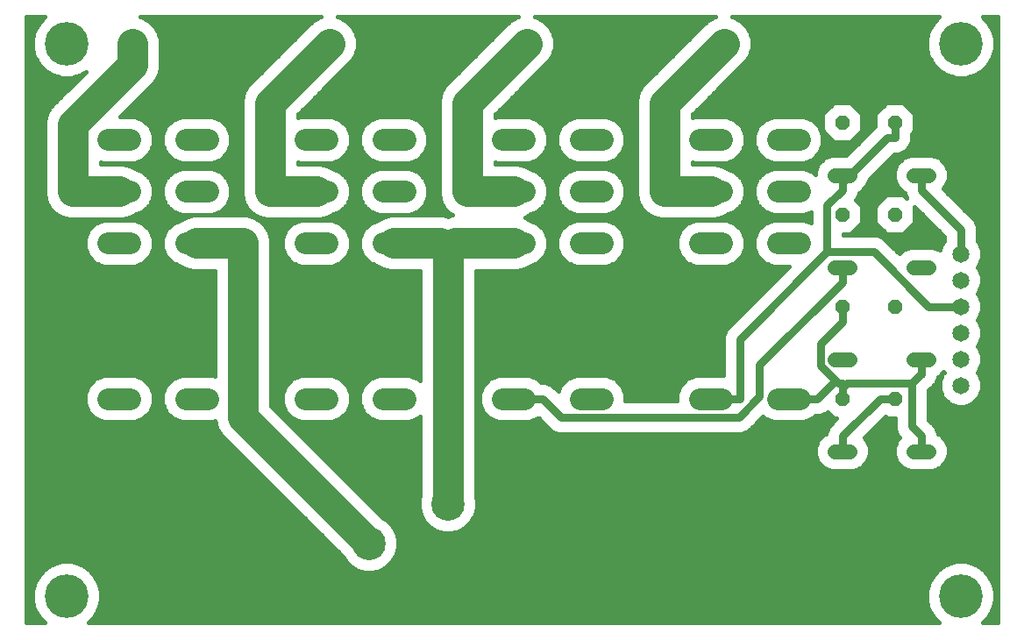
<source format=gbl>
G75*
G70*
%OFA0B0*%
%FSLAX24Y24*%
%IPPOS*%
%LPD*%
%AMOC8*
5,1,8,0,0,1.08239X$1,22.5*
%
%ADD10C,0.0827*%
%ADD11C,0.0554*%
%ADD12OC8,0.0554*%
%ADD13C,0.1266*%
%ADD14C,0.0650*%
%ADD15R,0.0945X0.0945*%
%ADD16C,0.0945*%
%ADD17C,0.0315*%
%ADD18C,0.1181*%
%ADD19C,0.0160*%
%ADD20C,0.1660*%
D10*
X003767Y009180D02*
X004593Y009180D01*
X006717Y009180D02*
X007543Y009180D01*
X011267Y009180D02*
X012093Y009180D01*
X014217Y009180D02*
X015043Y009180D01*
X018767Y009180D02*
X019593Y009180D01*
X021717Y009180D02*
X022543Y009180D01*
X026267Y009180D02*
X027093Y009180D01*
X029217Y009180D02*
X030043Y009180D01*
X030043Y015090D02*
X029217Y015090D01*
X027093Y015090D02*
X026267Y015090D01*
X026267Y017050D02*
X027093Y017050D01*
X029217Y017050D02*
X030043Y017050D01*
X030043Y019020D02*
X029217Y019020D01*
X027093Y019020D02*
X026267Y019020D01*
X022543Y019020D02*
X021717Y019020D01*
X019593Y019020D02*
X018767Y019020D01*
X018767Y017050D02*
X019593Y017050D01*
X021717Y017050D02*
X022543Y017050D01*
X022543Y015090D02*
X021717Y015090D01*
X019593Y015090D02*
X018767Y015090D01*
X015043Y015090D02*
X014217Y015090D01*
X012093Y015090D02*
X011267Y015090D01*
X011267Y017050D02*
X012093Y017050D01*
X014217Y017050D02*
X015043Y017050D01*
X015043Y019020D02*
X014217Y019020D01*
X012093Y019020D02*
X011267Y019020D01*
X007543Y019020D02*
X006717Y019020D01*
X004593Y019020D02*
X003767Y019020D01*
X003767Y017050D02*
X004593Y017050D01*
X006717Y017050D02*
X007543Y017050D01*
X007543Y015090D02*
X006717Y015090D01*
X004593Y015090D02*
X003767Y015090D01*
D11*
X031403Y014180D02*
X031957Y014180D01*
X034403Y014180D02*
X034957Y014180D01*
X034957Y017680D02*
X034403Y017680D01*
X031957Y017680D02*
X031403Y017680D01*
X031403Y010680D02*
X031957Y010680D01*
X034403Y010680D02*
X034957Y010680D01*
X034957Y007180D02*
X034403Y007180D01*
X031957Y007180D02*
X031403Y007180D01*
D12*
X031680Y009180D03*
X033680Y009180D03*
X033680Y012680D03*
X031680Y012680D03*
X031680Y016180D03*
X033680Y016180D03*
X033680Y019680D03*
X031680Y019680D03*
D13*
X016680Y005180D03*
X013680Y003680D03*
X019680Y003680D03*
D14*
X036180Y009680D03*
X036180Y010680D03*
X036180Y011680D03*
X036180Y012680D03*
X036180Y013680D03*
X036180Y014680D03*
D15*
X029180Y022680D03*
X021680Y022680D03*
X014180Y022680D03*
X006680Y022680D03*
D16*
X004680Y022680D03*
X012180Y022680D03*
X019680Y022680D03*
X027180Y022680D03*
D17*
X031680Y017393D02*
X033392Y019105D01*
X033680Y019105D01*
X033680Y019680D01*
X034680Y017680D02*
X034680Y017105D01*
X036180Y015605D01*
X036180Y014680D01*
X036180Y012680D02*
X034957Y012680D01*
X032878Y014758D01*
X031102Y014758D01*
X027775Y011431D01*
X027775Y009180D01*
X026680Y009180D01*
X027739Y008469D02*
X020986Y008469D01*
X020275Y009180D01*
X019180Y009180D01*
X027739Y008469D02*
X028535Y009265D01*
X028535Y010460D01*
X031680Y013605D01*
X031680Y014180D01*
X031102Y014758D02*
X031102Y016527D01*
X031680Y017105D01*
X031680Y017393D01*
X031680Y017680D01*
X031680Y012680D02*
X031680Y012105D01*
X030839Y011264D01*
X030839Y010448D01*
X031416Y009871D01*
X030725Y009180D01*
X029630Y009180D01*
X031416Y009871D02*
X031531Y009755D01*
X031680Y009755D01*
X031680Y009586D01*
X031680Y009180D01*
X031680Y009586D02*
X031851Y009757D01*
X034314Y009757D01*
X034662Y010105D01*
X034680Y010105D01*
X034680Y010680D01*
X034314Y009757D02*
X034314Y008121D01*
X034680Y007755D01*
X034680Y007180D01*
X033680Y009180D02*
X033105Y009180D01*
X031680Y007755D01*
X031680Y007180D01*
D18*
X019180Y015090D02*
X016966Y015090D01*
X016680Y014804D01*
X016680Y005180D01*
X013680Y003680D02*
X008894Y008466D01*
X008894Y015090D01*
X007130Y015090D01*
X009916Y017050D02*
X009916Y020416D01*
X012180Y022680D01*
X017416Y020416D02*
X019680Y022680D01*
X017416Y020416D02*
X017416Y017050D01*
X019180Y017050D01*
X016680Y014804D02*
X016394Y015090D01*
X014630Y015090D01*
X011680Y017050D02*
X009916Y017050D01*
X004180Y017050D02*
X002416Y017050D01*
X002416Y019598D01*
X004680Y021863D01*
X004680Y022680D01*
X024916Y020416D02*
X024916Y017050D01*
X026680Y017050D01*
X024916Y020416D02*
X027180Y022680D01*
D19*
X000660Y023696D02*
X000660Y000660D01*
X001356Y000660D01*
X001137Y000880D01*
X000965Y001177D01*
X000876Y001508D01*
X000876Y001852D01*
X000965Y002183D01*
X001137Y002480D01*
X001380Y002723D01*
X001677Y002895D01*
X002008Y002984D01*
X002352Y002984D01*
X002683Y002895D01*
X002980Y002723D01*
X003223Y002480D01*
X003395Y002183D01*
X003484Y001852D01*
X003484Y001508D01*
X003395Y001177D01*
X003223Y000880D01*
X003004Y000660D01*
X035356Y000660D01*
X035137Y000880D01*
X034965Y001177D01*
X034876Y001508D01*
X034876Y001852D01*
X034965Y002183D01*
X035137Y002480D01*
X035380Y002723D01*
X035677Y002895D01*
X036008Y002984D01*
X036352Y002984D01*
X036683Y002895D01*
X036980Y002723D01*
X037223Y002480D01*
X037395Y002183D01*
X037484Y001852D01*
X037484Y001508D01*
X037395Y001177D01*
X037223Y000880D01*
X037004Y000660D01*
X037570Y000660D01*
X037570Y023696D01*
X037008Y023696D01*
X037223Y023480D01*
X037395Y023183D01*
X037484Y022852D01*
X037484Y022508D01*
X037395Y022177D01*
X037223Y021880D01*
X036980Y021637D01*
X036683Y021465D01*
X036352Y021376D01*
X036008Y021376D01*
X035677Y021465D01*
X035380Y021637D01*
X035137Y021880D01*
X034965Y022177D01*
X034876Y022508D01*
X034876Y022852D01*
X034965Y023183D01*
X035137Y023480D01*
X035352Y023696D01*
X027500Y023696D01*
X027591Y023672D01*
X027833Y023532D01*
X028032Y023333D01*
X028172Y023091D01*
X028244Y022820D01*
X028244Y022540D01*
X028172Y022269D01*
X028032Y022027D01*
X025980Y019975D01*
X025980Y019861D01*
X026090Y019907D01*
X027270Y019907D01*
X027596Y019772D01*
X027845Y019522D01*
X027980Y019196D01*
X027980Y018844D01*
X027845Y018518D01*
X027596Y018268D01*
X027270Y018133D01*
X026090Y018133D01*
X025980Y018179D01*
X025980Y018114D01*
X026820Y018114D01*
X027091Y018042D01*
X027278Y017934D01*
X027596Y017802D01*
X027845Y017552D01*
X027980Y017226D01*
X027980Y016874D01*
X027845Y016548D01*
X027596Y016298D01*
X027278Y016166D01*
X027091Y016058D01*
X026820Y015986D01*
X024776Y015986D01*
X024505Y016058D01*
X024262Y016198D01*
X024064Y016397D01*
X023924Y016639D01*
X023851Y016910D01*
X023851Y020556D01*
X023924Y020826D01*
X024064Y021069D01*
X026527Y023532D01*
X026769Y023672D01*
X026860Y023696D01*
X020000Y023696D01*
X020091Y023672D01*
X020333Y023532D01*
X020532Y023333D01*
X020672Y023091D01*
X020744Y022820D01*
X020744Y022540D01*
X020672Y022269D01*
X020532Y022027D01*
X018480Y019975D01*
X018480Y019861D01*
X018590Y019907D01*
X019770Y019907D01*
X020096Y019772D01*
X020345Y019522D01*
X020480Y019196D01*
X020480Y018844D01*
X020345Y018518D01*
X020096Y018268D01*
X019770Y018133D01*
X018590Y018133D01*
X018480Y018179D01*
X018480Y018114D01*
X019320Y018114D01*
X019591Y018042D01*
X019778Y017934D01*
X020096Y017802D01*
X020345Y017552D01*
X020480Y017226D01*
X020480Y016874D01*
X020345Y016548D01*
X020096Y016298D01*
X019778Y016166D01*
X019611Y016070D01*
X019778Y015974D01*
X020096Y015842D01*
X020345Y015592D01*
X020480Y015266D01*
X020480Y014914D01*
X020345Y014588D01*
X020096Y014338D01*
X019778Y014206D01*
X019591Y014098D01*
X019320Y014026D01*
X017744Y014026D01*
X017744Y005484D01*
X017787Y005326D01*
X017787Y005034D01*
X017711Y004753D01*
X017566Y004500D01*
X017360Y004294D01*
X017107Y004149D01*
X016826Y004073D01*
X016534Y004073D01*
X016253Y004149D01*
X016000Y004294D01*
X015794Y004500D01*
X015649Y004753D01*
X015573Y005034D01*
X015573Y005326D01*
X015616Y005484D01*
X015616Y008498D01*
X015546Y008428D01*
X015220Y008293D01*
X014040Y008293D01*
X013714Y008428D01*
X013465Y008678D01*
X013330Y009004D01*
X013330Y009356D01*
X013465Y009682D01*
X013714Y009932D01*
X014040Y010067D01*
X015220Y010067D01*
X015546Y009932D01*
X015616Y009862D01*
X015616Y014026D01*
X014490Y014026D01*
X014219Y014098D01*
X014032Y014206D01*
X013714Y014338D01*
X013465Y014588D01*
X013330Y014914D01*
X013330Y015266D01*
X013465Y015592D01*
X013714Y015842D01*
X014032Y015974D01*
X014219Y016082D01*
X014490Y016154D01*
X016534Y016154D01*
X016680Y016115D01*
X016826Y016154D01*
X016839Y016154D01*
X016762Y016198D01*
X016564Y016397D01*
X016424Y016639D01*
X016351Y016910D01*
X016351Y020556D01*
X016424Y020826D01*
X016564Y021069D01*
X019027Y023532D01*
X019269Y023672D01*
X019360Y023696D01*
X012500Y023696D01*
X012591Y023672D01*
X012833Y023532D01*
X013032Y023333D01*
X013172Y023091D01*
X013244Y022820D01*
X013244Y022540D01*
X013172Y022269D01*
X013032Y022027D01*
X010980Y019975D01*
X010980Y019861D01*
X011090Y019907D01*
X012270Y019907D01*
X012596Y019772D01*
X012845Y019522D01*
X012980Y019196D01*
X012980Y018844D01*
X012845Y018518D01*
X012596Y018268D01*
X012270Y018133D01*
X011090Y018133D01*
X010980Y018179D01*
X010980Y018114D01*
X011820Y018114D01*
X012091Y018042D01*
X012278Y017934D01*
X012596Y017802D01*
X012845Y017552D01*
X012980Y017226D01*
X012980Y016874D01*
X012845Y016548D01*
X012596Y016298D01*
X012278Y016166D01*
X012091Y016058D01*
X011820Y015986D01*
X009776Y015986D01*
X009505Y016058D01*
X009262Y016198D01*
X009064Y016397D01*
X008924Y016639D01*
X008851Y016910D01*
X008851Y020556D01*
X008924Y020826D01*
X009064Y021069D01*
X011527Y023532D01*
X011769Y023672D01*
X011860Y023696D01*
X005000Y023696D01*
X005091Y023672D01*
X005333Y023532D01*
X005532Y023333D01*
X005672Y023091D01*
X005744Y022820D01*
X005744Y021723D01*
X005672Y021452D01*
X005532Y021209D01*
X005333Y021011D01*
X004230Y019907D01*
X004770Y019907D01*
X005096Y019772D01*
X005345Y019522D01*
X005480Y019196D01*
X005480Y018844D01*
X005345Y018518D01*
X005096Y018268D01*
X004770Y018133D01*
X003590Y018133D01*
X003480Y018179D01*
X003480Y018114D01*
X004320Y018114D01*
X004591Y018042D01*
X004778Y017934D01*
X005096Y017802D01*
X005345Y017552D01*
X005480Y017226D01*
X005480Y016874D01*
X005345Y016548D01*
X005096Y016298D01*
X004778Y016166D01*
X004591Y016058D01*
X004320Y015986D01*
X002276Y015986D01*
X002005Y016058D01*
X001762Y016198D01*
X001564Y016397D01*
X001424Y016639D01*
X001351Y016910D01*
X001351Y019738D01*
X001424Y020009D01*
X001564Y020252D01*
X002906Y021594D01*
X002683Y021465D01*
X002352Y021376D01*
X002008Y021376D01*
X001677Y021465D01*
X001380Y021637D01*
X001137Y021880D01*
X000965Y022177D01*
X000876Y022508D01*
X000876Y022852D01*
X000965Y023183D01*
X001137Y023480D01*
X001352Y023696D01*
X000660Y023696D01*
X000660Y023638D02*
X001294Y023638D01*
X001136Y023480D02*
X000660Y023480D01*
X000660Y023321D02*
X001045Y023321D01*
X000960Y023163D02*
X000660Y023163D01*
X000660Y023004D02*
X000917Y023004D01*
X000876Y022846D02*
X000660Y022846D01*
X000660Y022687D02*
X000876Y022687D01*
X000876Y022529D02*
X000660Y022529D01*
X000660Y022370D02*
X000913Y022370D01*
X000956Y022212D02*
X000660Y022212D01*
X000660Y022053D02*
X001037Y022053D01*
X001128Y021895D02*
X000660Y021895D01*
X000660Y021736D02*
X001280Y021736D01*
X001482Y021578D02*
X000660Y021578D01*
X000660Y021419D02*
X001849Y021419D01*
X002256Y020944D02*
X000660Y020944D01*
X000660Y021102D02*
X002414Y021102D01*
X002573Y021261D02*
X000660Y021261D01*
X000660Y020785D02*
X002097Y020785D01*
X001939Y020627D02*
X000660Y020627D01*
X000660Y020468D02*
X001780Y020468D01*
X001622Y020310D02*
X000660Y020310D01*
X000660Y020151D02*
X001506Y020151D01*
X001420Y019993D02*
X000660Y019993D01*
X000660Y019834D02*
X001377Y019834D01*
X001351Y019676D02*
X000660Y019676D01*
X000660Y019517D02*
X001351Y019517D01*
X001351Y019359D02*
X000660Y019359D01*
X000660Y019200D02*
X001351Y019200D01*
X001351Y019042D02*
X000660Y019042D01*
X000660Y018883D02*
X001351Y018883D01*
X001351Y018725D02*
X000660Y018725D01*
X000660Y018566D02*
X001351Y018566D01*
X001351Y018408D02*
X000660Y018408D01*
X000660Y018249D02*
X001351Y018249D01*
X001351Y018091D02*
X000660Y018091D01*
X000660Y017932D02*
X001351Y017932D01*
X001351Y017774D02*
X000660Y017774D01*
X000660Y017615D02*
X001351Y017615D01*
X001351Y017457D02*
X000660Y017457D01*
X000660Y017298D02*
X001351Y017298D01*
X001351Y017140D02*
X000660Y017140D01*
X000660Y016981D02*
X001351Y016981D01*
X001375Y016823D02*
X000660Y016823D01*
X000660Y016664D02*
X001417Y016664D01*
X001501Y016506D02*
X000660Y016506D01*
X000660Y016347D02*
X001614Y016347D01*
X001779Y016189D02*
X000660Y016189D01*
X000660Y016030D02*
X002110Y016030D01*
X003015Y015592D02*
X002880Y015266D01*
X002880Y014914D01*
X003015Y014588D01*
X003264Y014338D01*
X003590Y014203D01*
X004770Y014203D01*
X005096Y014338D01*
X005345Y014588D01*
X005480Y014914D01*
X005480Y015266D01*
X005345Y015592D01*
X005096Y015842D01*
X004770Y015977D01*
X003590Y015977D01*
X003264Y015842D01*
X003015Y015592D01*
X002999Y015555D02*
X000660Y015555D01*
X000660Y015713D02*
X003135Y015713D01*
X003335Y015872D02*
X000660Y015872D01*
X000660Y015396D02*
X002933Y015396D01*
X002880Y015238D02*
X000660Y015238D01*
X000660Y015079D02*
X002880Y015079D01*
X002880Y014921D02*
X000660Y014921D01*
X000660Y014762D02*
X002942Y014762D01*
X003008Y014604D02*
X000660Y014604D01*
X000660Y014445D02*
X003157Y014445D01*
X003388Y014287D02*
X000660Y014287D01*
X000660Y014128D02*
X006668Y014128D01*
X006719Y014098D02*
X006990Y014026D01*
X007830Y014026D01*
X007830Y010021D01*
X007720Y010067D01*
X006540Y010067D01*
X006214Y009932D01*
X005965Y009682D01*
X005830Y009356D01*
X005830Y009004D01*
X005965Y008678D01*
X006214Y008428D01*
X006540Y008293D01*
X007720Y008293D01*
X007830Y008339D01*
X007830Y008326D01*
X007903Y008055D01*
X008043Y007812D01*
X008241Y007614D01*
X012712Y003143D01*
X012794Y003000D01*
X013000Y002794D01*
X013253Y002649D01*
X013534Y002573D01*
X013826Y002573D01*
X014107Y002649D01*
X014360Y002794D01*
X014566Y003000D01*
X014711Y003253D01*
X014787Y003534D01*
X014787Y003826D01*
X014711Y004107D01*
X014566Y004360D01*
X014360Y004566D01*
X014217Y004648D01*
X009959Y008907D01*
X009959Y015230D01*
X009886Y015501D01*
X009746Y015743D01*
X009548Y015942D01*
X009305Y016082D01*
X009034Y016154D01*
X006990Y016154D01*
X006719Y016082D01*
X006532Y015974D01*
X006214Y015842D01*
X005965Y015592D01*
X005830Y015266D01*
X005830Y014914D01*
X005965Y014588D01*
X006214Y014338D01*
X006532Y014206D01*
X006719Y014098D01*
X006338Y014287D02*
X004972Y014287D01*
X005203Y014445D02*
X006107Y014445D01*
X005958Y014604D02*
X005352Y014604D01*
X005418Y014762D02*
X005892Y014762D01*
X005830Y014921D02*
X005480Y014921D01*
X005480Y015079D02*
X005830Y015079D01*
X005830Y015238D02*
X005480Y015238D01*
X005427Y015396D02*
X005883Y015396D01*
X005949Y015555D02*
X005361Y015555D01*
X005225Y015713D02*
X006085Y015713D01*
X006285Y015872D02*
X005025Y015872D01*
X004832Y016189D02*
X006478Y016189D01*
X006540Y016163D02*
X006214Y016298D01*
X005965Y016548D01*
X005830Y016874D01*
X005830Y017226D01*
X005965Y017552D01*
X006214Y017802D01*
X006540Y017937D01*
X007720Y017937D01*
X008046Y017802D01*
X008295Y017552D01*
X008430Y017226D01*
X008430Y016874D01*
X008295Y016548D01*
X008046Y016298D01*
X007720Y016163D01*
X006540Y016163D01*
X006630Y016030D02*
X004485Y016030D01*
X005145Y016347D02*
X006165Y016347D01*
X006007Y016506D02*
X005303Y016506D01*
X005394Y016664D02*
X005916Y016664D01*
X005851Y016823D02*
X005459Y016823D01*
X005480Y016981D02*
X005830Y016981D01*
X005830Y017140D02*
X005480Y017140D01*
X005451Y017298D02*
X005859Y017298D01*
X005925Y017457D02*
X005385Y017457D01*
X005283Y017615D02*
X006027Y017615D01*
X006186Y017774D02*
X005124Y017774D01*
X004782Y017932D02*
X006528Y017932D01*
X006540Y018133D02*
X006214Y018268D01*
X005965Y018518D01*
X005830Y018844D01*
X005830Y019196D01*
X005965Y019522D01*
X006214Y019772D01*
X006540Y019907D01*
X007720Y019907D01*
X008046Y019772D01*
X008295Y019522D01*
X008430Y019196D01*
X008430Y018844D01*
X008295Y018518D01*
X008046Y018268D01*
X007720Y018133D01*
X006540Y018133D01*
X006260Y018249D02*
X005050Y018249D01*
X005235Y018408D02*
X006075Y018408D01*
X005944Y018566D02*
X005366Y018566D01*
X005431Y018725D02*
X005879Y018725D01*
X005830Y018883D02*
X005480Y018883D01*
X005480Y019042D02*
X005830Y019042D01*
X005831Y019200D02*
X005479Y019200D01*
X005413Y019359D02*
X005897Y019359D01*
X005962Y019517D02*
X005348Y019517D01*
X005192Y019676D02*
X006118Y019676D01*
X006364Y019834D02*
X004946Y019834D01*
X004473Y020151D02*
X008851Y020151D01*
X008851Y019993D02*
X004315Y019993D01*
X004632Y020310D02*
X008851Y020310D01*
X008851Y020468D02*
X004790Y020468D01*
X004949Y020627D02*
X008870Y020627D01*
X008913Y020785D02*
X005107Y020785D01*
X005266Y020944D02*
X008992Y020944D01*
X009097Y021102D02*
X005424Y021102D01*
X005561Y021261D02*
X009255Y021261D01*
X009414Y021419D02*
X005653Y021419D01*
X005705Y021578D02*
X009572Y021578D01*
X009731Y021736D02*
X005744Y021736D01*
X005744Y021895D02*
X009889Y021895D01*
X010048Y022053D02*
X005744Y022053D01*
X005744Y022212D02*
X010206Y022212D01*
X010365Y022370D02*
X005744Y022370D01*
X005744Y022529D02*
X010523Y022529D01*
X010682Y022687D02*
X005744Y022687D01*
X005737Y022846D02*
X010840Y022846D01*
X010999Y023004D02*
X005695Y023004D01*
X005630Y023163D02*
X011157Y023163D01*
X011316Y023321D02*
X005539Y023321D01*
X005386Y023480D02*
X011474Y023480D01*
X011711Y023638D02*
X005149Y023638D01*
X002890Y021578D02*
X002878Y021578D01*
X002731Y021419D02*
X002511Y021419D01*
X004409Y018091D02*
X008851Y018091D01*
X008851Y018249D02*
X008000Y018249D01*
X008185Y018408D02*
X008851Y018408D01*
X008851Y018566D02*
X008316Y018566D01*
X008381Y018725D02*
X008851Y018725D01*
X008851Y018883D02*
X008430Y018883D01*
X008430Y019042D02*
X008851Y019042D01*
X008851Y019200D02*
X008429Y019200D01*
X008363Y019359D02*
X008851Y019359D01*
X008851Y019517D02*
X008298Y019517D01*
X008142Y019676D02*
X008851Y019676D01*
X008851Y019834D02*
X007896Y019834D01*
X007732Y017932D02*
X008851Y017932D01*
X008851Y017774D02*
X008074Y017774D01*
X008233Y017615D02*
X008851Y017615D01*
X008851Y017457D02*
X008335Y017457D01*
X008401Y017298D02*
X008851Y017298D01*
X008851Y017140D02*
X008430Y017140D01*
X008430Y016981D02*
X008851Y016981D01*
X008875Y016823D02*
X008409Y016823D01*
X008344Y016664D02*
X008917Y016664D01*
X009001Y016506D02*
X008253Y016506D01*
X008095Y016347D02*
X009114Y016347D01*
X009279Y016189D02*
X007782Y016189D01*
X009395Y016030D02*
X009610Y016030D01*
X009618Y015872D02*
X010835Y015872D01*
X010764Y015842D02*
X010515Y015592D01*
X010380Y015266D01*
X010380Y014914D01*
X010515Y014588D01*
X010764Y014338D01*
X011090Y014203D01*
X012270Y014203D01*
X012596Y014338D01*
X012845Y014588D01*
X012980Y014914D01*
X012980Y015266D01*
X012845Y015592D01*
X012596Y015842D01*
X012270Y015977D01*
X011090Y015977D01*
X010764Y015842D01*
X010635Y015713D02*
X009763Y015713D01*
X009855Y015555D02*
X010499Y015555D01*
X010433Y015396D02*
X009914Y015396D01*
X009957Y015238D02*
X010380Y015238D01*
X010380Y015079D02*
X009959Y015079D01*
X009959Y014921D02*
X010380Y014921D01*
X010442Y014762D02*
X009959Y014762D01*
X009959Y014604D02*
X010508Y014604D01*
X010657Y014445D02*
X009959Y014445D01*
X009959Y014287D02*
X010888Y014287D01*
X009959Y014128D02*
X014168Y014128D01*
X013838Y014287D02*
X012472Y014287D01*
X012703Y014445D02*
X013607Y014445D01*
X013458Y014604D02*
X012852Y014604D01*
X012918Y014762D02*
X013392Y014762D01*
X013330Y014921D02*
X012980Y014921D01*
X012980Y015079D02*
X013330Y015079D01*
X013330Y015238D02*
X012980Y015238D01*
X012927Y015396D02*
X013383Y015396D01*
X013449Y015555D02*
X012861Y015555D01*
X012725Y015713D02*
X013585Y015713D01*
X013785Y015872D02*
X012525Y015872D01*
X012332Y016189D02*
X013978Y016189D01*
X014040Y016163D02*
X013714Y016298D01*
X013465Y016548D01*
X013330Y016874D01*
X013330Y017226D01*
X013465Y017552D01*
X013714Y017802D01*
X014040Y017937D01*
X015220Y017937D01*
X015546Y017802D01*
X015795Y017552D01*
X015930Y017226D01*
X015930Y016874D01*
X015795Y016548D01*
X015546Y016298D01*
X015220Y016163D01*
X014040Y016163D01*
X014130Y016030D02*
X011985Y016030D01*
X012645Y016347D02*
X013665Y016347D01*
X013507Y016506D02*
X012803Y016506D01*
X012894Y016664D02*
X013416Y016664D01*
X013351Y016823D02*
X012959Y016823D01*
X012980Y016981D02*
X013330Y016981D01*
X013330Y017140D02*
X012980Y017140D01*
X012951Y017298D02*
X013359Y017298D01*
X013425Y017457D02*
X012885Y017457D01*
X012783Y017615D02*
X013527Y017615D01*
X013686Y017774D02*
X012624Y017774D01*
X012282Y017932D02*
X014028Y017932D01*
X014040Y018133D02*
X013714Y018268D01*
X013465Y018518D01*
X013330Y018844D01*
X013330Y019196D01*
X013465Y019522D01*
X013714Y019772D01*
X014040Y019907D01*
X015220Y019907D01*
X015546Y019772D01*
X015795Y019522D01*
X015930Y019196D01*
X015930Y018844D01*
X015795Y018518D01*
X015546Y018268D01*
X015220Y018133D01*
X014040Y018133D01*
X013760Y018249D02*
X012550Y018249D01*
X012735Y018408D02*
X013575Y018408D01*
X013444Y018566D02*
X012866Y018566D01*
X012931Y018725D02*
X013379Y018725D01*
X013330Y018883D02*
X012980Y018883D01*
X012980Y019042D02*
X013330Y019042D01*
X013331Y019200D02*
X012979Y019200D01*
X012913Y019359D02*
X013397Y019359D01*
X013462Y019517D02*
X012848Y019517D01*
X012692Y019676D02*
X013618Y019676D01*
X013864Y019834D02*
X012446Y019834D01*
X011632Y020627D02*
X016370Y020627D01*
X016351Y020468D02*
X011473Y020468D01*
X011315Y020310D02*
X016351Y020310D01*
X016351Y020151D02*
X011156Y020151D01*
X010998Y019993D02*
X016351Y019993D01*
X016351Y019834D02*
X015396Y019834D01*
X015642Y019676D02*
X016351Y019676D01*
X016351Y019517D02*
X015798Y019517D01*
X015863Y019359D02*
X016351Y019359D01*
X016351Y019200D02*
X015929Y019200D01*
X015930Y019042D02*
X016351Y019042D01*
X016351Y018883D02*
X015930Y018883D01*
X015881Y018725D02*
X016351Y018725D01*
X016351Y018566D02*
X015816Y018566D01*
X015685Y018408D02*
X016351Y018408D01*
X016351Y018249D02*
X015500Y018249D01*
X015232Y017932D02*
X016351Y017932D01*
X016351Y017774D02*
X015574Y017774D01*
X015733Y017615D02*
X016351Y017615D01*
X016351Y017457D02*
X015835Y017457D01*
X015901Y017298D02*
X016351Y017298D01*
X016351Y017140D02*
X015930Y017140D01*
X015930Y016981D02*
X016351Y016981D01*
X016375Y016823D02*
X015909Y016823D01*
X015844Y016664D02*
X016417Y016664D01*
X016501Y016506D02*
X015753Y016506D01*
X015595Y016347D02*
X016614Y016347D01*
X016779Y016189D02*
X015282Y016189D01*
X016351Y018091D02*
X011909Y018091D01*
X011790Y020785D02*
X016413Y020785D01*
X016492Y020944D02*
X011949Y020944D01*
X012107Y021102D02*
X016597Y021102D01*
X016755Y021261D02*
X012266Y021261D01*
X012424Y021419D02*
X016914Y021419D01*
X017072Y021578D02*
X012583Y021578D01*
X012741Y021736D02*
X017231Y021736D01*
X017389Y021895D02*
X012900Y021895D01*
X013047Y022053D02*
X017548Y022053D01*
X017706Y022212D02*
X013138Y022212D01*
X013199Y022370D02*
X017865Y022370D01*
X018023Y022529D02*
X013241Y022529D01*
X013244Y022687D02*
X018182Y022687D01*
X018340Y022846D02*
X013237Y022846D01*
X013195Y023004D02*
X018499Y023004D01*
X018657Y023163D02*
X013130Y023163D01*
X013039Y023321D02*
X018816Y023321D01*
X018974Y023480D02*
X012886Y023480D01*
X012649Y023638D02*
X019211Y023638D01*
X020149Y023638D02*
X026711Y023638D01*
X026474Y023480D02*
X020386Y023480D01*
X020539Y023321D02*
X026316Y023321D01*
X026157Y023163D02*
X020630Y023163D01*
X020695Y023004D02*
X025999Y023004D01*
X025840Y022846D02*
X020737Y022846D01*
X020744Y022687D02*
X025682Y022687D01*
X025523Y022529D02*
X020741Y022529D01*
X020699Y022370D02*
X025365Y022370D01*
X025206Y022212D02*
X020638Y022212D01*
X020547Y022053D02*
X025048Y022053D01*
X024889Y021895D02*
X020400Y021895D01*
X020241Y021736D02*
X024731Y021736D01*
X024572Y021578D02*
X020083Y021578D01*
X019924Y021419D02*
X024414Y021419D01*
X024255Y021261D02*
X019766Y021261D01*
X019607Y021102D02*
X024097Y021102D01*
X023992Y020944D02*
X019449Y020944D01*
X019290Y020785D02*
X023913Y020785D01*
X023870Y020627D02*
X019132Y020627D01*
X018973Y020468D02*
X023851Y020468D01*
X023851Y020310D02*
X018815Y020310D01*
X018656Y020151D02*
X023851Y020151D01*
X023851Y019993D02*
X018498Y019993D01*
X019946Y019834D02*
X021364Y019834D01*
X021214Y019772D02*
X020965Y019522D01*
X020830Y019196D01*
X020830Y018844D01*
X020965Y018518D01*
X021214Y018268D01*
X021540Y018133D01*
X022720Y018133D01*
X023046Y018268D01*
X023295Y018518D01*
X023430Y018844D01*
X023430Y019196D01*
X023295Y019522D01*
X023046Y019772D01*
X022720Y019907D01*
X021540Y019907D01*
X021214Y019772D01*
X021118Y019676D02*
X020192Y019676D01*
X020348Y019517D02*
X020962Y019517D01*
X020897Y019359D02*
X020413Y019359D01*
X020479Y019200D02*
X020831Y019200D01*
X020830Y019042D02*
X020480Y019042D01*
X020480Y018883D02*
X020830Y018883D01*
X020879Y018725D02*
X020431Y018725D01*
X020366Y018566D02*
X020944Y018566D01*
X021075Y018408D02*
X020235Y018408D01*
X020050Y018249D02*
X021260Y018249D01*
X021528Y017932D02*
X019782Y017932D01*
X020124Y017774D02*
X021186Y017774D01*
X021214Y017802D02*
X020965Y017552D01*
X020830Y017226D01*
X020830Y016874D01*
X020965Y016548D01*
X021214Y016298D01*
X021540Y016163D01*
X022720Y016163D01*
X023046Y016298D01*
X023295Y016548D01*
X023430Y016874D01*
X023430Y017226D01*
X023295Y017552D01*
X023046Y017802D01*
X022720Y017937D01*
X021540Y017937D01*
X021214Y017802D01*
X021027Y017615D02*
X020283Y017615D01*
X020385Y017457D02*
X020925Y017457D01*
X020859Y017298D02*
X020451Y017298D01*
X020480Y017140D02*
X020830Y017140D01*
X020830Y016981D02*
X020480Y016981D01*
X020459Y016823D02*
X020851Y016823D01*
X020916Y016664D02*
X020394Y016664D01*
X020303Y016506D02*
X021007Y016506D01*
X021165Y016347D02*
X020145Y016347D01*
X019832Y016189D02*
X021478Y016189D01*
X021540Y015977D02*
X021214Y015842D01*
X020965Y015592D01*
X020830Y015266D01*
X020830Y014914D01*
X020965Y014588D01*
X021214Y014338D01*
X021540Y014203D01*
X022720Y014203D01*
X023046Y014338D01*
X023295Y014588D01*
X023430Y014914D01*
X023430Y015266D01*
X023295Y015592D01*
X023046Y015842D01*
X022720Y015977D01*
X021540Y015977D01*
X021285Y015872D02*
X020025Y015872D01*
X020225Y015713D02*
X021085Y015713D01*
X020949Y015555D02*
X020361Y015555D01*
X020427Y015396D02*
X020883Y015396D01*
X020830Y015238D02*
X020480Y015238D01*
X020480Y015079D02*
X020830Y015079D01*
X020830Y014921D02*
X020480Y014921D01*
X020418Y014762D02*
X020892Y014762D01*
X020958Y014604D02*
X020352Y014604D01*
X020203Y014445D02*
X021107Y014445D01*
X021338Y014287D02*
X019972Y014287D01*
X019642Y014128D02*
X029579Y014128D01*
X029654Y014203D02*
X027240Y011789D01*
X027144Y011557D01*
X027144Y010067D01*
X026090Y010067D01*
X025764Y009932D01*
X025515Y009682D01*
X025380Y009356D01*
X025380Y009100D01*
X023430Y009100D01*
X023430Y009356D01*
X023295Y009682D01*
X023046Y009932D01*
X022720Y010067D01*
X021540Y010067D01*
X021214Y009932D01*
X020965Y009682D01*
X020877Y009471D01*
X020633Y009715D01*
X020401Y009811D01*
X020217Y009811D01*
X020096Y009932D01*
X019770Y010067D01*
X018590Y010067D01*
X018264Y009932D01*
X018015Y009682D01*
X017880Y009356D01*
X017880Y009004D01*
X018015Y008678D01*
X018264Y008428D01*
X018590Y008293D01*
X019770Y008293D01*
X020096Y008428D01*
X020115Y008447D01*
X020629Y007934D01*
X020861Y007837D01*
X027864Y007837D01*
X028096Y007934D01*
X028274Y008111D01*
X028652Y008490D01*
X028714Y008428D01*
X029040Y008293D01*
X030220Y008293D01*
X030546Y008428D01*
X030667Y008549D01*
X030851Y008549D01*
X031083Y008645D01*
X031118Y008680D01*
X031369Y008429D01*
X031462Y008429D01*
X031145Y008113D01*
X031049Y007881D01*
X031049Y007846D01*
X030978Y007817D01*
X030766Y007605D01*
X030652Y007329D01*
X030652Y007031D01*
X030766Y006755D01*
X030978Y006543D01*
X031253Y006429D01*
X032107Y006429D01*
X032382Y006543D01*
X032594Y006755D01*
X032708Y007031D01*
X032708Y007329D01*
X032594Y007605D01*
X032508Y007691D01*
X033308Y008490D01*
X033369Y008429D01*
X033683Y008429D01*
X033683Y007995D01*
X033779Y007763D01*
X033852Y007691D01*
X033766Y007605D01*
X033652Y007329D01*
X033652Y007031D01*
X033766Y006755D01*
X033978Y006543D01*
X034253Y006429D01*
X035107Y006429D01*
X035382Y006543D01*
X035594Y006755D01*
X035708Y007031D01*
X035708Y007329D01*
X035594Y007605D01*
X035382Y007817D01*
X035311Y007846D01*
X035311Y007881D01*
X035215Y008113D01*
X035038Y008290D01*
X035038Y008290D01*
X034945Y008382D01*
X034945Y009495D01*
X035008Y009557D01*
X035038Y009570D01*
X035215Y009747D01*
X035311Y009979D01*
X035311Y010014D01*
X035382Y010043D01*
X035535Y010196D01*
X035551Y010180D01*
X035503Y010132D01*
X035381Y009839D01*
X035381Y009521D01*
X035503Y009228D01*
X035728Y009003D01*
X036021Y008881D01*
X036339Y008881D01*
X036632Y009003D01*
X036857Y009228D01*
X036979Y009521D01*
X036979Y009839D01*
X036857Y010132D01*
X036809Y010180D01*
X036857Y010228D01*
X036979Y010521D01*
X036979Y010839D01*
X036857Y011132D01*
X036809Y011180D01*
X036857Y011228D01*
X036979Y011521D01*
X036979Y011839D01*
X036857Y012132D01*
X036809Y012180D01*
X036857Y012228D01*
X036979Y012521D01*
X036979Y012839D01*
X036857Y013132D01*
X036809Y013180D01*
X036857Y013228D01*
X036979Y013521D01*
X036979Y013839D01*
X036857Y014132D01*
X036809Y014180D01*
X036857Y014228D01*
X036979Y014521D01*
X036979Y014839D01*
X036857Y015132D01*
X036811Y015178D01*
X036811Y015731D01*
X036715Y015963D01*
X036538Y016140D01*
X035508Y017169D01*
X035594Y017255D01*
X035708Y017531D01*
X035708Y017829D01*
X035594Y018105D01*
X035382Y018317D01*
X035107Y018431D01*
X034253Y018431D01*
X033978Y018317D01*
X033766Y018105D01*
X033652Y017829D01*
X033652Y017531D01*
X033766Y017255D01*
X033978Y017043D01*
X034049Y017014D01*
X034049Y016979D01*
X034124Y016798D01*
X033991Y016931D01*
X033369Y016931D01*
X032929Y016491D01*
X032929Y015869D01*
X033369Y015429D01*
X033991Y015429D01*
X034431Y015869D01*
X034431Y016462D01*
X035549Y015344D01*
X035549Y015178D01*
X035503Y015132D01*
X035381Y014839D01*
X035381Y014817D01*
X035107Y014931D01*
X034253Y014931D01*
X033978Y014817D01*
X033845Y014684D01*
X033413Y015116D01*
X033236Y015294D01*
X033004Y015390D01*
X031734Y015390D01*
X031734Y015429D01*
X031991Y015429D01*
X032431Y015869D01*
X032431Y016491D01*
X032195Y016727D01*
X032215Y016747D01*
X032311Y016979D01*
X032311Y017014D01*
X032382Y017043D01*
X032594Y017255D01*
X032706Y017526D01*
X033654Y018474D01*
X033806Y018474D01*
X034038Y018570D01*
X034215Y018747D01*
X034311Y018979D01*
X034311Y019249D01*
X034431Y019369D01*
X034431Y019991D01*
X033991Y020431D01*
X033369Y020431D01*
X032929Y019991D01*
X032929Y019534D01*
X032857Y019463D01*
X031826Y018431D01*
X031253Y018431D01*
X030978Y018317D01*
X030766Y018105D01*
X030652Y017829D01*
X030652Y017696D01*
X030546Y017802D01*
X030220Y017937D01*
X029040Y017937D01*
X028714Y017802D01*
X028465Y017552D01*
X028330Y017226D01*
X028330Y016874D01*
X028465Y016548D01*
X028714Y016298D01*
X029040Y016163D01*
X030220Y016163D01*
X030471Y016267D01*
X030471Y015873D01*
X030220Y015977D01*
X029040Y015977D01*
X028714Y015842D01*
X028465Y015592D01*
X028330Y015266D01*
X028330Y014914D01*
X028465Y014588D01*
X028714Y014338D01*
X029040Y014203D01*
X029654Y014203D01*
X029421Y013970D02*
X017744Y013970D01*
X017744Y013811D02*
X029262Y013811D01*
X029104Y013653D02*
X017744Y013653D01*
X017744Y013494D02*
X028945Y013494D01*
X028787Y013336D02*
X017744Y013336D01*
X017744Y013177D02*
X028628Y013177D01*
X028470Y013019D02*
X017744Y013019D01*
X017744Y012860D02*
X028311Y012860D01*
X028153Y012702D02*
X017744Y012702D01*
X017744Y012543D02*
X027994Y012543D01*
X027836Y012385D02*
X017744Y012385D01*
X017744Y012226D02*
X027677Y012226D01*
X027519Y012068D02*
X017744Y012068D01*
X017744Y011909D02*
X027360Y011909D01*
X027224Y011751D02*
X017744Y011751D01*
X017744Y011592D02*
X027159Y011592D01*
X027144Y011434D02*
X017744Y011434D01*
X017744Y011275D02*
X027144Y011275D01*
X027144Y011117D02*
X017744Y011117D01*
X017744Y010958D02*
X027144Y010958D01*
X027144Y010800D02*
X017744Y010800D01*
X017744Y010641D02*
X027144Y010641D01*
X027144Y010483D02*
X017744Y010483D01*
X017744Y010324D02*
X027144Y010324D01*
X027144Y010166D02*
X017744Y010166D01*
X017744Y010007D02*
X018445Y010007D01*
X018181Y009849D02*
X017744Y009849D01*
X017744Y009690D02*
X018022Y009690D01*
X017952Y009532D02*
X017744Y009532D01*
X017744Y009373D02*
X017886Y009373D01*
X017880Y009215D02*
X017744Y009215D01*
X017744Y009056D02*
X017880Y009056D01*
X017923Y008898D02*
X017744Y008898D01*
X017744Y008739D02*
X017989Y008739D01*
X018112Y008581D02*
X017744Y008581D01*
X017744Y008422D02*
X018278Y008422D01*
X017744Y008264D02*
X020299Y008264D01*
X020140Y008422D02*
X020082Y008422D01*
X020457Y008105D02*
X017744Y008105D01*
X017744Y007947D02*
X020616Y007947D01*
X020816Y009532D02*
X020902Y009532D01*
X020972Y009690D02*
X020658Y009690D01*
X021131Y009849D02*
X020179Y009849D01*
X019915Y010007D02*
X021395Y010007D01*
X022865Y010007D02*
X025945Y010007D01*
X025681Y009849D02*
X023129Y009849D01*
X023288Y009690D02*
X025522Y009690D01*
X025452Y009532D02*
X023358Y009532D01*
X023424Y009373D02*
X025386Y009373D01*
X025380Y009215D02*
X023430Y009215D01*
X028109Y007947D02*
X031076Y007947D01*
X031142Y008105D02*
X028267Y008105D01*
X028426Y008264D02*
X031296Y008264D01*
X031454Y008422D02*
X030532Y008422D01*
X030927Y008581D02*
X031218Y008581D01*
X030949Y007788D02*
X017744Y007788D01*
X017744Y007630D02*
X030790Y007630D01*
X030711Y007471D02*
X017744Y007471D01*
X017744Y007313D02*
X030652Y007313D01*
X030652Y007154D02*
X017744Y007154D01*
X017744Y006996D02*
X030667Y006996D01*
X030732Y006837D02*
X017744Y006837D01*
X017744Y006679D02*
X030842Y006679D01*
X031034Y006520D02*
X017744Y006520D01*
X017744Y006362D02*
X037570Y006362D01*
X037570Y006520D02*
X035326Y006520D01*
X035518Y006679D02*
X037570Y006679D01*
X037570Y006837D02*
X035628Y006837D01*
X035693Y006996D02*
X037570Y006996D01*
X037570Y007154D02*
X035708Y007154D01*
X035708Y007313D02*
X037570Y007313D01*
X037570Y007471D02*
X035649Y007471D01*
X035570Y007630D02*
X037570Y007630D01*
X037570Y007788D02*
X035411Y007788D01*
X035284Y007947D02*
X037570Y007947D01*
X037570Y008105D02*
X035218Y008105D01*
X035064Y008264D02*
X037570Y008264D01*
X037570Y008422D02*
X034945Y008422D01*
X034945Y008581D02*
X037570Y008581D01*
X037570Y008739D02*
X034945Y008739D01*
X034945Y008898D02*
X035982Y008898D01*
X035675Y009056D02*
X034945Y009056D01*
X034945Y009215D02*
X035516Y009215D01*
X035443Y009373D02*
X034945Y009373D01*
X034982Y009532D02*
X035381Y009532D01*
X035381Y009690D02*
X035158Y009690D01*
X035257Y009849D02*
X035386Y009849D01*
X035451Y010007D02*
X035311Y010007D01*
X035505Y010166D02*
X035536Y010166D01*
X036824Y010166D02*
X037570Y010166D01*
X037570Y010324D02*
X036897Y010324D01*
X036962Y010483D02*
X037570Y010483D01*
X037570Y010641D02*
X036979Y010641D01*
X036979Y010800D02*
X037570Y010800D01*
X037570Y010958D02*
X036929Y010958D01*
X036863Y011117D02*
X037570Y011117D01*
X037570Y011275D02*
X036877Y011275D01*
X036942Y011434D02*
X037570Y011434D01*
X037570Y011592D02*
X036979Y011592D01*
X036979Y011751D02*
X037570Y011751D01*
X037570Y011909D02*
X036949Y011909D01*
X036884Y012068D02*
X037570Y012068D01*
X037570Y012226D02*
X036855Y012226D01*
X036922Y012385D02*
X037570Y012385D01*
X037570Y012543D02*
X036979Y012543D01*
X036979Y012702D02*
X037570Y012702D01*
X037570Y012860D02*
X036970Y012860D01*
X036904Y013019D02*
X037570Y013019D01*
X037570Y013177D02*
X036812Y013177D01*
X036902Y013336D02*
X037570Y013336D01*
X037570Y013494D02*
X036967Y013494D01*
X036979Y013653D02*
X037570Y013653D01*
X037570Y013811D02*
X036979Y013811D01*
X036924Y013970D02*
X037570Y013970D01*
X037570Y014128D02*
X036859Y014128D01*
X036881Y014287D02*
X037570Y014287D01*
X037570Y014445D02*
X036947Y014445D01*
X036979Y014604D02*
X037570Y014604D01*
X037570Y014762D02*
X036979Y014762D01*
X036945Y014921D02*
X037570Y014921D01*
X037570Y015079D02*
X036879Y015079D01*
X036811Y015238D02*
X037570Y015238D01*
X037570Y015396D02*
X036811Y015396D01*
X036811Y015555D02*
X037570Y015555D01*
X037570Y015713D02*
X036811Y015713D01*
X036753Y015872D02*
X037570Y015872D01*
X037570Y016030D02*
X036648Y016030D01*
X036489Y016189D02*
X037570Y016189D01*
X037570Y016347D02*
X036331Y016347D01*
X036172Y016506D02*
X037570Y016506D01*
X037570Y016664D02*
X036014Y016664D01*
X035855Y016823D02*
X037570Y016823D01*
X037570Y016981D02*
X035697Y016981D01*
X035538Y017140D02*
X037570Y017140D01*
X037570Y017298D02*
X035612Y017298D01*
X035677Y017457D02*
X037570Y017457D01*
X037570Y017615D02*
X035708Y017615D01*
X035708Y017774D02*
X037570Y017774D01*
X037570Y017932D02*
X035666Y017932D01*
X035600Y018091D02*
X037570Y018091D01*
X037570Y018249D02*
X035450Y018249D01*
X035163Y018408D02*
X037570Y018408D01*
X037570Y018566D02*
X034028Y018566D01*
X034192Y018725D02*
X037570Y018725D01*
X037570Y018883D02*
X034271Y018883D01*
X034311Y019042D02*
X037570Y019042D01*
X037570Y019200D02*
X034311Y019200D01*
X034420Y019359D02*
X037570Y019359D01*
X037570Y019517D02*
X034431Y019517D01*
X034431Y019676D02*
X037570Y019676D01*
X037570Y019834D02*
X034431Y019834D01*
X034429Y019993D02*
X037570Y019993D01*
X037570Y020151D02*
X034271Y020151D01*
X034112Y020310D02*
X037570Y020310D01*
X037570Y020468D02*
X026473Y020468D01*
X026315Y020310D02*
X031248Y020310D01*
X031369Y020431D02*
X030929Y019991D01*
X030929Y019369D01*
X031369Y018929D01*
X031991Y018929D01*
X032431Y019369D01*
X032431Y019991D01*
X031991Y020431D01*
X031369Y020431D01*
X031089Y020151D02*
X026156Y020151D01*
X025998Y019993D02*
X030931Y019993D01*
X030929Y019834D02*
X030396Y019834D01*
X030546Y019772D02*
X030220Y019907D01*
X029040Y019907D01*
X028714Y019772D01*
X028465Y019522D01*
X028330Y019196D01*
X028330Y018844D01*
X028465Y018518D01*
X028714Y018268D01*
X029040Y018133D01*
X030220Y018133D01*
X030546Y018268D01*
X030795Y018518D01*
X030930Y018844D01*
X030930Y019196D01*
X030795Y019522D01*
X030546Y019772D01*
X030642Y019676D02*
X030929Y019676D01*
X030929Y019517D02*
X030798Y019517D01*
X030863Y019359D02*
X030940Y019359D01*
X030929Y019200D02*
X031098Y019200D01*
X031257Y019042D02*
X030930Y019042D01*
X030930Y018883D02*
X032278Y018883D01*
X032436Y019042D02*
X032103Y019042D01*
X032262Y019200D02*
X032595Y019200D01*
X032753Y019359D02*
X032420Y019359D01*
X032431Y019517D02*
X032912Y019517D01*
X032929Y019676D02*
X032431Y019676D01*
X032431Y019834D02*
X032929Y019834D01*
X032931Y019993D02*
X032429Y019993D01*
X032271Y020151D02*
X033089Y020151D01*
X033248Y020310D02*
X032112Y020310D01*
X032119Y018725D02*
X030881Y018725D01*
X030816Y018566D02*
X031961Y018566D01*
X031197Y018408D02*
X030685Y018408D01*
X030500Y018249D02*
X030910Y018249D01*
X030760Y018091D02*
X026909Y018091D01*
X027282Y017932D02*
X029028Y017932D01*
X028686Y017774D02*
X027624Y017774D01*
X027783Y017615D02*
X028527Y017615D01*
X028425Y017457D02*
X027885Y017457D01*
X027951Y017298D02*
X028359Y017298D01*
X028330Y017140D02*
X027980Y017140D01*
X027980Y016981D02*
X028330Y016981D01*
X028351Y016823D02*
X027959Y016823D01*
X027894Y016664D02*
X028416Y016664D01*
X028507Y016506D02*
X027803Y016506D01*
X027645Y016347D02*
X028665Y016347D01*
X028978Y016189D02*
X027332Y016189D01*
X027270Y015977D02*
X026090Y015977D01*
X025764Y015842D01*
X025515Y015592D01*
X025380Y015266D01*
X025380Y014914D01*
X025515Y014588D01*
X025764Y014338D01*
X026090Y014203D01*
X027270Y014203D01*
X027596Y014338D01*
X027845Y014588D01*
X027980Y014914D01*
X027980Y015266D01*
X027845Y015592D01*
X027596Y015842D01*
X027270Y015977D01*
X027525Y015872D02*
X028785Y015872D01*
X028585Y015713D02*
X027725Y015713D01*
X027861Y015555D02*
X028449Y015555D01*
X028383Y015396D02*
X027927Y015396D01*
X027980Y015238D02*
X028330Y015238D01*
X028330Y015079D02*
X027980Y015079D01*
X027980Y014921D02*
X028330Y014921D01*
X028392Y014762D02*
X027918Y014762D01*
X027852Y014604D02*
X028458Y014604D01*
X028607Y014445D02*
X027703Y014445D01*
X027472Y014287D02*
X028838Y014287D01*
X030471Y016030D02*
X026985Y016030D01*
X025835Y015872D02*
X022975Y015872D01*
X023175Y015713D02*
X025635Y015713D01*
X025499Y015555D02*
X023311Y015555D01*
X023377Y015396D02*
X025433Y015396D01*
X025380Y015238D02*
X023430Y015238D01*
X023430Y015079D02*
X025380Y015079D01*
X025380Y014921D02*
X023430Y014921D01*
X023368Y014762D02*
X025442Y014762D01*
X025508Y014604D02*
X023302Y014604D01*
X023153Y014445D02*
X025657Y014445D01*
X025888Y014287D02*
X022922Y014287D01*
X024610Y016030D02*
X019680Y016030D01*
X022782Y016189D02*
X024279Y016189D01*
X024114Y016347D02*
X023095Y016347D01*
X023253Y016506D02*
X024001Y016506D01*
X023917Y016664D02*
X023344Y016664D01*
X023409Y016823D02*
X023875Y016823D01*
X023851Y016981D02*
X023430Y016981D01*
X023430Y017140D02*
X023851Y017140D01*
X023851Y017298D02*
X023401Y017298D01*
X023335Y017457D02*
X023851Y017457D01*
X023851Y017615D02*
X023233Y017615D01*
X023074Y017774D02*
X023851Y017774D01*
X023851Y017932D02*
X022732Y017932D01*
X023000Y018249D02*
X023851Y018249D01*
X023851Y018091D02*
X019409Y018091D01*
X022896Y019834D02*
X023851Y019834D01*
X023851Y019676D02*
X023142Y019676D01*
X023298Y019517D02*
X023851Y019517D01*
X023851Y019359D02*
X023363Y019359D01*
X023429Y019200D02*
X023851Y019200D01*
X023851Y019042D02*
X023430Y019042D01*
X023430Y018883D02*
X023851Y018883D01*
X023851Y018725D02*
X023381Y018725D01*
X023316Y018566D02*
X023851Y018566D01*
X023851Y018408D02*
X023185Y018408D01*
X026632Y020627D02*
X037570Y020627D01*
X037570Y020785D02*
X026790Y020785D01*
X026949Y020944D02*
X037570Y020944D01*
X037570Y021102D02*
X027107Y021102D01*
X027266Y021261D02*
X037570Y021261D01*
X037570Y021419D02*
X036511Y021419D01*
X036878Y021578D02*
X037570Y021578D01*
X037570Y021736D02*
X037080Y021736D01*
X037232Y021895D02*
X037570Y021895D01*
X037570Y022053D02*
X037323Y022053D01*
X037404Y022212D02*
X037570Y022212D01*
X037570Y022370D02*
X037447Y022370D01*
X037484Y022529D02*
X037570Y022529D01*
X037570Y022687D02*
X037484Y022687D01*
X037484Y022846D02*
X037570Y022846D01*
X037570Y023004D02*
X037443Y023004D01*
X037400Y023163D02*
X037570Y023163D01*
X037570Y023321D02*
X037315Y023321D01*
X037224Y023480D02*
X037570Y023480D01*
X037570Y023638D02*
X037066Y023638D01*
X035294Y023638D02*
X027649Y023638D01*
X027886Y023480D02*
X035136Y023480D01*
X035045Y023321D02*
X028039Y023321D01*
X028130Y023163D02*
X034960Y023163D01*
X034917Y023004D02*
X028195Y023004D01*
X028237Y022846D02*
X034876Y022846D01*
X034876Y022687D02*
X028244Y022687D01*
X028241Y022529D02*
X034876Y022529D01*
X034913Y022370D02*
X028199Y022370D01*
X028138Y022212D02*
X034956Y022212D01*
X035037Y022053D02*
X028047Y022053D01*
X027900Y021895D02*
X035128Y021895D01*
X035280Y021736D02*
X027741Y021736D01*
X027583Y021578D02*
X035482Y021578D01*
X035849Y021419D02*
X027424Y021419D01*
X027446Y019834D02*
X028864Y019834D01*
X028618Y019676D02*
X027692Y019676D01*
X027848Y019517D02*
X028462Y019517D01*
X028397Y019359D02*
X027913Y019359D01*
X027979Y019200D02*
X028331Y019200D01*
X028330Y019042D02*
X027980Y019042D01*
X027980Y018883D02*
X028330Y018883D01*
X028379Y018725D02*
X027931Y018725D01*
X027866Y018566D02*
X028444Y018566D01*
X028575Y018408D02*
X027735Y018408D01*
X027550Y018249D02*
X028760Y018249D01*
X030232Y017932D02*
X030694Y017932D01*
X030652Y017774D02*
X030574Y017774D01*
X032311Y016981D02*
X034049Y016981D01*
X034099Y016823D02*
X034114Y016823D01*
X033881Y017140D02*
X032479Y017140D01*
X032612Y017298D02*
X033748Y017298D01*
X033683Y017457D02*
X032677Y017457D01*
X032795Y017615D02*
X033652Y017615D01*
X033652Y017774D02*
X032954Y017774D01*
X033112Y017932D02*
X033694Y017932D01*
X033760Y018091D02*
X033271Y018091D01*
X033429Y018249D02*
X033910Y018249D01*
X034197Y018408D02*
X033588Y018408D01*
X033261Y016823D02*
X032246Y016823D01*
X032258Y016664D02*
X033102Y016664D01*
X032944Y016506D02*
X032416Y016506D01*
X032431Y016347D02*
X032929Y016347D01*
X032929Y016189D02*
X032431Y016189D01*
X032431Y016030D02*
X032929Y016030D01*
X032929Y015872D02*
X032431Y015872D01*
X032275Y015713D02*
X033085Y015713D01*
X033244Y015555D02*
X032116Y015555D01*
X031734Y015396D02*
X035496Y015396D01*
X035549Y015238D02*
X033292Y015238D01*
X033450Y015079D02*
X035481Y015079D01*
X035415Y014921D02*
X035131Y014921D01*
X035338Y015555D02*
X034116Y015555D01*
X034275Y015713D02*
X035179Y015713D01*
X035021Y015872D02*
X034431Y015872D01*
X034431Y016030D02*
X034862Y016030D01*
X034704Y016189D02*
X034431Y016189D01*
X034431Y016347D02*
X034545Y016347D01*
X034229Y014921D02*
X033609Y014921D01*
X033767Y014762D02*
X033923Y014762D01*
X030471Y016189D02*
X030282Y016189D01*
X036909Y010007D02*
X037570Y010007D01*
X037570Y009849D02*
X036974Y009849D01*
X036979Y009690D02*
X037570Y009690D01*
X037570Y009532D02*
X036979Y009532D01*
X036917Y009373D02*
X037570Y009373D01*
X037570Y009215D02*
X036844Y009215D01*
X036685Y009056D02*
X037570Y009056D01*
X037570Y008898D02*
X036378Y008898D01*
X033769Y007788D02*
X032606Y007788D01*
X032570Y007630D02*
X033790Y007630D01*
X033711Y007471D02*
X032649Y007471D01*
X032708Y007313D02*
X033652Y007313D01*
X033652Y007154D02*
X032708Y007154D01*
X032693Y006996D02*
X033667Y006996D01*
X033732Y006837D02*
X032628Y006837D01*
X032518Y006679D02*
X033842Y006679D01*
X034034Y006520D02*
X032326Y006520D01*
X032764Y007947D02*
X033703Y007947D01*
X033683Y008105D02*
X032923Y008105D01*
X033081Y008264D02*
X033683Y008264D01*
X033683Y008422D02*
X033240Y008422D01*
X037570Y006203D02*
X017744Y006203D01*
X017744Y006045D02*
X037570Y006045D01*
X037570Y005886D02*
X017744Y005886D01*
X017744Y005728D02*
X037570Y005728D01*
X037570Y005569D02*
X017744Y005569D01*
X017764Y005411D02*
X037570Y005411D01*
X037570Y005252D02*
X017787Y005252D01*
X017787Y005094D02*
X037570Y005094D01*
X037570Y004935D02*
X017760Y004935D01*
X017718Y004777D02*
X037570Y004777D01*
X037570Y004618D02*
X017634Y004618D01*
X017525Y004460D02*
X037570Y004460D01*
X037570Y004301D02*
X017366Y004301D01*
X017084Y004143D02*
X037570Y004143D01*
X037570Y003984D02*
X014744Y003984D01*
X014787Y003826D02*
X037570Y003826D01*
X037570Y003667D02*
X014787Y003667D01*
X014780Y003509D02*
X037570Y003509D01*
X037570Y003350D02*
X014737Y003350D01*
X014676Y003192D02*
X037570Y003192D01*
X037570Y003033D02*
X014584Y003033D01*
X014440Y002875D02*
X035642Y002875D01*
X035372Y002716D02*
X014224Y002716D01*
X013136Y002716D02*
X002988Y002716D01*
X003146Y002558D02*
X035214Y002558D01*
X035090Y002399D02*
X003270Y002399D01*
X003362Y002241D02*
X034998Y002241D01*
X034938Y002082D02*
X003422Y002082D01*
X003464Y001924D02*
X034896Y001924D01*
X034876Y001765D02*
X003484Y001765D01*
X003484Y001607D02*
X034876Y001607D01*
X034893Y001448D02*
X003467Y001448D01*
X003425Y001290D02*
X034935Y001290D01*
X034992Y001131D02*
X003368Y001131D01*
X003277Y000973D02*
X035083Y000973D01*
X035202Y000814D02*
X003158Y000814D01*
X001202Y000814D02*
X000660Y000814D01*
X000660Y000973D02*
X001083Y000973D01*
X000992Y001131D02*
X000660Y001131D01*
X000660Y001290D02*
X000935Y001290D01*
X000893Y001448D02*
X000660Y001448D01*
X000660Y001607D02*
X000876Y001607D01*
X000876Y001765D02*
X000660Y001765D01*
X000660Y001924D02*
X000896Y001924D01*
X000938Y002082D02*
X000660Y002082D01*
X000660Y002241D02*
X000998Y002241D01*
X001090Y002399D02*
X000660Y002399D01*
X000660Y002558D02*
X001214Y002558D01*
X001372Y002716D02*
X000660Y002716D01*
X000660Y002875D02*
X001642Y002875D01*
X000660Y003033D02*
X012776Y003033D01*
X012663Y003192D02*
X000660Y003192D01*
X000660Y003350D02*
X012505Y003350D01*
X012346Y003509D02*
X000660Y003509D01*
X000660Y003667D02*
X012188Y003667D01*
X012029Y003826D02*
X000660Y003826D01*
X000660Y003984D02*
X011871Y003984D01*
X011712Y004143D02*
X000660Y004143D01*
X000660Y004301D02*
X011554Y004301D01*
X011395Y004460D02*
X000660Y004460D01*
X000660Y004618D02*
X011237Y004618D01*
X011078Y004777D02*
X000660Y004777D01*
X000660Y004935D02*
X010920Y004935D01*
X010761Y005094D02*
X000660Y005094D01*
X000660Y005252D02*
X010603Y005252D01*
X010444Y005411D02*
X000660Y005411D01*
X000660Y005569D02*
X010286Y005569D01*
X010127Y005728D02*
X000660Y005728D01*
X000660Y005886D02*
X009969Y005886D01*
X009810Y006045D02*
X000660Y006045D01*
X000660Y006203D02*
X009652Y006203D01*
X009493Y006362D02*
X000660Y006362D01*
X000660Y006520D02*
X009335Y006520D01*
X009176Y006679D02*
X000660Y006679D01*
X000660Y006837D02*
X009018Y006837D01*
X008859Y006996D02*
X000660Y006996D01*
X000660Y007154D02*
X008701Y007154D01*
X008542Y007313D02*
X000660Y007313D01*
X000660Y007471D02*
X008384Y007471D01*
X008225Y007630D02*
X000660Y007630D01*
X000660Y007788D02*
X008067Y007788D01*
X007965Y007947D02*
X000660Y007947D01*
X000660Y008105D02*
X007889Y008105D01*
X007847Y008264D02*
X000660Y008264D01*
X000660Y008422D02*
X003278Y008422D01*
X003264Y008428D02*
X003590Y008293D01*
X004770Y008293D01*
X005096Y008428D01*
X005345Y008678D01*
X005480Y009004D01*
X005480Y009356D01*
X005345Y009682D01*
X005096Y009932D01*
X004770Y010067D01*
X003590Y010067D01*
X003264Y009932D01*
X003015Y009682D01*
X002880Y009356D01*
X002880Y009004D01*
X003015Y008678D01*
X003264Y008428D01*
X003112Y008581D02*
X000660Y008581D01*
X000660Y008739D02*
X002989Y008739D01*
X002923Y008898D02*
X000660Y008898D01*
X000660Y009056D02*
X002880Y009056D01*
X002880Y009215D02*
X000660Y009215D01*
X000660Y009373D02*
X002886Y009373D01*
X002952Y009532D02*
X000660Y009532D01*
X000660Y009690D02*
X003022Y009690D01*
X003181Y009849D02*
X000660Y009849D01*
X000660Y010007D02*
X003445Y010007D01*
X004915Y010007D02*
X006395Y010007D01*
X006131Y009849D02*
X005179Y009849D01*
X005338Y009690D02*
X005972Y009690D01*
X005902Y009532D02*
X005408Y009532D01*
X005474Y009373D02*
X005836Y009373D01*
X005830Y009215D02*
X005480Y009215D01*
X005480Y009056D02*
X005830Y009056D01*
X005873Y008898D02*
X005437Y008898D01*
X005371Y008739D02*
X005939Y008739D01*
X006062Y008581D02*
X005248Y008581D01*
X005082Y008422D02*
X006228Y008422D01*
X007830Y010166D02*
X000660Y010166D01*
X000660Y010324D02*
X007830Y010324D01*
X007830Y010483D02*
X000660Y010483D01*
X000660Y010641D02*
X007830Y010641D01*
X007830Y010800D02*
X000660Y010800D01*
X000660Y010958D02*
X007830Y010958D01*
X007830Y011117D02*
X000660Y011117D01*
X000660Y011275D02*
X007830Y011275D01*
X007830Y011434D02*
X000660Y011434D01*
X000660Y011592D02*
X007830Y011592D01*
X007830Y011751D02*
X000660Y011751D01*
X000660Y011909D02*
X007830Y011909D01*
X007830Y012068D02*
X000660Y012068D01*
X000660Y012226D02*
X007830Y012226D01*
X007830Y012385D02*
X000660Y012385D01*
X000660Y012543D02*
X007830Y012543D01*
X007830Y012702D02*
X000660Y012702D01*
X000660Y012860D02*
X007830Y012860D01*
X007830Y013019D02*
X000660Y013019D01*
X000660Y013177D02*
X007830Y013177D01*
X007830Y013336D02*
X000660Y013336D01*
X000660Y013494D02*
X007830Y013494D01*
X007830Y013653D02*
X000660Y013653D01*
X000660Y013811D02*
X007830Y013811D01*
X007830Y013970D02*
X000660Y013970D01*
X009959Y013970D02*
X015616Y013970D01*
X015616Y013811D02*
X009959Y013811D01*
X009959Y013653D02*
X015616Y013653D01*
X015616Y013494D02*
X009959Y013494D01*
X009959Y013336D02*
X015616Y013336D01*
X015616Y013177D02*
X009959Y013177D01*
X009959Y013019D02*
X015616Y013019D01*
X015616Y012860D02*
X009959Y012860D01*
X009959Y012702D02*
X015616Y012702D01*
X015616Y012543D02*
X009959Y012543D01*
X009959Y012385D02*
X015616Y012385D01*
X015616Y012226D02*
X009959Y012226D01*
X009959Y012068D02*
X015616Y012068D01*
X015616Y011909D02*
X009959Y011909D01*
X009959Y011751D02*
X015616Y011751D01*
X015616Y011592D02*
X009959Y011592D01*
X009959Y011434D02*
X015616Y011434D01*
X015616Y011275D02*
X009959Y011275D01*
X009959Y011117D02*
X015616Y011117D01*
X015616Y010958D02*
X009959Y010958D01*
X009959Y010800D02*
X015616Y010800D01*
X015616Y010641D02*
X009959Y010641D01*
X009959Y010483D02*
X015616Y010483D01*
X015616Y010324D02*
X009959Y010324D01*
X009959Y010166D02*
X015616Y010166D01*
X015616Y010007D02*
X015365Y010007D01*
X013895Y010007D02*
X012415Y010007D01*
X012270Y010067D02*
X012596Y009932D01*
X012845Y009682D01*
X012980Y009356D01*
X012980Y009004D01*
X012845Y008678D01*
X012596Y008428D01*
X012270Y008293D01*
X011090Y008293D01*
X010764Y008428D01*
X010515Y008678D01*
X010380Y009004D01*
X010380Y009356D01*
X010515Y009682D01*
X010764Y009932D01*
X011090Y010067D01*
X012270Y010067D01*
X012679Y009849D02*
X013631Y009849D01*
X013472Y009690D02*
X012838Y009690D01*
X012908Y009532D02*
X013402Y009532D01*
X013336Y009373D02*
X012974Y009373D01*
X012980Y009215D02*
X013330Y009215D01*
X013330Y009056D02*
X012980Y009056D01*
X012937Y008898D02*
X013373Y008898D01*
X013439Y008739D02*
X012871Y008739D01*
X012748Y008581D02*
X013562Y008581D01*
X013728Y008422D02*
X012582Y008422D01*
X011236Y007630D02*
X015616Y007630D01*
X015616Y007788D02*
X011077Y007788D01*
X010919Y007947D02*
X015616Y007947D01*
X015616Y008105D02*
X010760Y008105D01*
X010602Y008264D02*
X015616Y008264D01*
X015616Y008422D02*
X015532Y008422D01*
X015616Y007471D02*
X011394Y007471D01*
X011553Y007313D02*
X015616Y007313D01*
X015616Y007154D02*
X011711Y007154D01*
X011870Y006996D02*
X015616Y006996D01*
X015616Y006837D02*
X012028Y006837D01*
X012187Y006679D02*
X015616Y006679D01*
X015616Y006520D02*
X012345Y006520D01*
X012504Y006362D02*
X015616Y006362D01*
X015616Y006203D02*
X012662Y006203D01*
X012821Y006045D02*
X015616Y006045D01*
X015616Y005886D02*
X012979Y005886D01*
X013138Y005728D02*
X015616Y005728D01*
X015616Y005569D02*
X013296Y005569D01*
X013455Y005411D02*
X015596Y005411D01*
X015573Y005252D02*
X013613Y005252D01*
X013772Y005094D02*
X015573Y005094D01*
X015600Y004935D02*
X013930Y004935D01*
X014089Y004777D02*
X015642Y004777D01*
X015726Y004618D02*
X014269Y004618D01*
X014466Y004460D02*
X015835Y004460D01*
X015994Y004301D02*
X014599Y004301D01*
X014691Y004143D02*
X016276Y004143D01*
X012920Y002875D02*
X002718Y002875D01*
X010443Y008422D02*
X010778Y008422D01*
X010612Y008581D02*
X010285Y008581D01*
X010126Y008739D02*
X010489Y008739D01*
X010423Y008898D02*
X009968Y008898D01*
X009959Y009056D02*
X010380Y009056D01*
X010380Y009215D02*
X009959Y009215D01*
X009959Y009373D02*
X010386Y009373D01*
X010452Y009532D02*
X009959Y009532D01*
X009959Y009690D02*
X010522Y009690D01*
X010681Y009849D02*
X009959Y009849D01*
X009959Y010007D02*
X010945Y010007D01*
X028584Y008422D02*
X028728Y008422D01*
X036718Y002875D02*
X037570Y002875D01*
X037570Y002716D02*
X036988Y002716D01*
X037146Y002558D02*
X037570Y002558D01*
X037570Y002399D02*
X037270Y002399D01*
X037362Y002241D02*
X037570Y002241D01*
X037570Y002082D02*
X037422Y002082D01*
X037464Y001924D02*
X037570Y001924D01*
X037570Y001765D02*
X037484Y001765D01*
X037484Y001607D02*
X037570Y001607D01*
X037570Y001448D02*
X037467Y001448D01*
X037425Y001290D02*
X037570Y001290D01*
X037570Y001131D02*
X037368Y001131D01*
X037277Y000973D02*
X037570Y000973D01*
X037570Y000814D02*
X037158Y000814D01*
D20*
X036180Y001680D03*
X036180Y022680D03*
X002180Y022680D03*
X002180Y001680D03*
M02*

</source>
